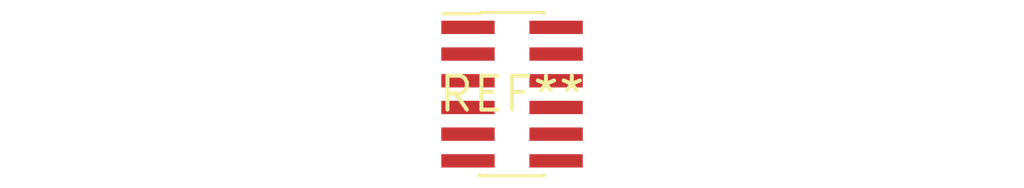
<source format=kicad_pcb>
(kicad_pcb (version 20240108) (generator pcbnew)
  (layers (0 "F.Cu" signal) (31 "B.Cu" signal) (34 "B.Paste" user) (35 "F.Paste" user) (36 "B.SilkS" user "B.Silkscreen") (37 "F.SilkS" user "F.Silkscreen") (38 "B.Mask" user) (39 "F.Mask" user) (44 "Edge.Cuts" user))
  (net 0 "")
  (footprint "PinHeader_2x06_P1.00mm_Vertical_SMD" (layer "F.Cu") (at 0 0)
    (property "Reference" "REF**")
    (property "Value" "PinHeader_2x06_P1.00mm_Vertical_SMD")
    (fp_line (start -2.59 -3.01) (end -1.21 -3.01) (layer "F.SilkS") (stroke (width 0.12)))
    (fp_line (start -1.21 -3.06) (end -1.21 -3.01) (layer "F.SilkS") (stroke (width 0.12)))
    (fp_line (start -1.21 -3.06) (end 1.21 -3.06) (layer "F.SilkS") (stroke (width 0.12)))
    (fp_line (start -1.21 3.01) (end -1.21 3.06) (layer "F.SilkS") (stroke (width 0.12)))
    (fp_line (start -1.21 3.06) (end 1.21 3.06) (layer "F.SilkS") (stroke (width 0.12)))
    (fp_line (start 1.21 -3.06) (end 1.21 -3.01) (layer "F.SilkS") (stroke (width 0.12)))
    (fp_line (start 1.21 3.01) (end 1.21 3.06) (layer "F.SilkS") (stroke (width 0.12)))
    (pad "1" smd rect (at -1.65 -2.5) (size 2 0.5) (layers "F.Cu" "F.Paste" "F.Mask"))
    (pad "2" smd rect (at 1.65 -2.5) (size 2 0.5) (layers "F.Cu" "F.Paste" "F.Mask"))
    (pad "3" smd rect (at -1.65 -1.5) (size 2 0.5) (layers "F.Cu" "F.Paste" "F.Mask"))
    (pad "4" smd rect (at 1.65 -1.5) (size 2 0.5) (layers "F.Cu" "F.Paste" "F.Mask"))
    (pad "5" smd rect (at -1.65 -0.5) (size 2 0.5) (layers "F.Cu" "F.Paste" "F.Mask"))
    (pad "6" smd rect (at 1.65 -0.5) (size 2 0.5) (layers "F.Cu" "F.Paste" "F.Mask"))
    (pad "7" smd rect (at -1.65 0.5) (size 2 0.5) (layers "F.Cu" "F.Paste" "F.Mask"))
    (pad "8" smd rect (at 1.65 0.5) (size 2 0.5) (layers "F.Cu" "F.Paste" "F.Mask"))
    (pad "9" smd rect (at -1.65 1.5) (size 2 0.5) (layers "F.Cu" "F.Paste" "F.Mask"))
    (pad "10" smd rect (at 1.65 1.5) (size 2 0.5) (layers "F.Cu" "F.Paste" "F.Mask"))
    (pad "11" smd rect (at -1.65 2.5) (size 2 0.5) (layers "F.Cu" "F.Paste" "F.Mask"))
    (pad "12" smd rect (at 1.65 2.5) (size 2 0.5) (layers "F.Cu" "F.Paste" "F.Mask"))
  )
)
</source>
